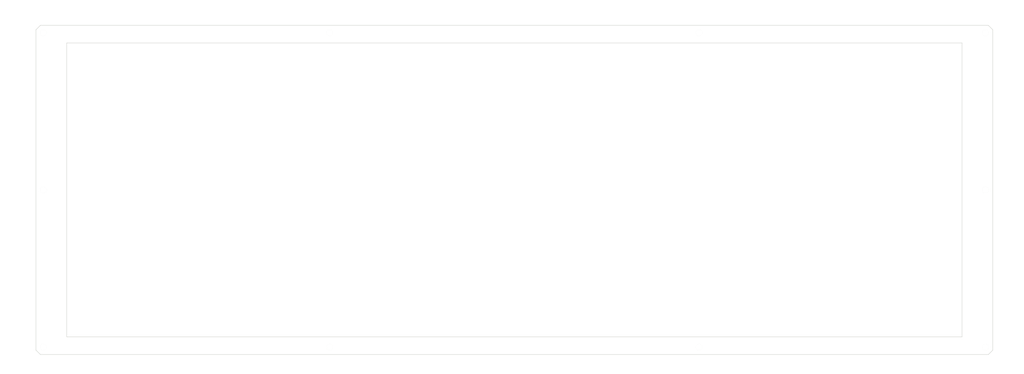
<source format=kicad_pcb>
(kicad_pcb (version 20171130) (host pcbnew "(5.1.10)-1")

  (general
    (thickness 1.6)
    (drawings 29)
    (tracks 0)
    (zones 0)
    (modules 10)
    (nets 1)
  )

  (page A3)
  (layers
    (0 F.Cu signal)
    (31 B.Cu signal)
    (32 B.Adhes user)
    (33 F.Adhes user)
    (34 B.Paste user)
    (35 F.Paste user)
    (36 B.SilkS user)
    (37 F.SilkS user)
    (38 B.Mask user)
    (39 F.Mask user)
    (40 Dwgs.User user)
    (41 Cmts.User user)
    (42 Eco1.User user)
    (43 Eco2.User user)
    (44 Edge.Cuts user)
    (45 Margin user)
    (46 B.CrtYd user)
    (47 F.CrtYd user)
    (48 B.Fab user)
    (49 F.Fab user)
  )

  (setup
    (last_trace_width 0.25)
    (user_trace_width 0.5)
    (user_trace_width 0.5)
    (trace_clearance 0.2)
    (zone_clearance 0.508)
    (zone_45_only no)
    (trace_min 0.2)
    (via_size 0.8)
    (via_drill 0.4)
    (via_min_size 0.4)
    (via_min_drill 0.3)
    (uvia_size 0.3)
    (uvia_drill 0.1)
    (uvias_allowed no)
    (uvia_min_size 0.2)
    (uvia_min_drill 0.1)
    (edge_width 0.1)
    (segment_width 0.2)
    (pcb_text_width 0.3)
    (pcb_text_size 1.5 1.5)
    (mod_edge_width 0.15)
    (mod_text_size 1 1)
    (mod_text_width 0.15)
    (pad_size 2.2 2.2)
    (pad_drill 2.2)
    (pad_to_mask_clearance 0)
    (aux_axis_origin 0 0)
    (visible_elements 7FFFFFFF)
    (pcbplotparams
      (layerselection 0x01000_7ffffffe)
      (usegerberextensions true)
      (usegerberattributes false)
      (usegerberadvancedattributes false)
      (creategerberjobfile false)
      (excludeedgelayer false)
      (linewidth 0.100000)
      (plotframeref false)
      (viasonmask false)
      (mode 1)
      (useauxorigin false)
      (hpglpennumber 1)
      (hpglpenspeed 20)
      (hpglpendiameter 15.000000)
      (psnegative false)
      (psa4output false)
      (plotreference true)
      (plotvalue true)
      (plotinvisibletext false)
      (padsonsilk false)
      (subtractmaskfromsilk false)
      (outputformat 3)
      (mirror false)
      (drillshape 0)
      (scaleselection 1)
      (outputdirectory "../../../../../Desktop/"))
  )

  (net 0 "")

  (net_class Default "これはデフォルトのネット クラスです。"
    (clearance 0.2)
    (trace_width 0.25)
    (via_dia 0.8)
    (via_drill 0.4)
    (uvia_dia 0.3)
    (uvia_drill 0.1)
  )

  (module kbd:HOLE_m2_Outline (layer F.Cu) (tedit 5DA73E67) (tstamp 60A2FDA6)
    (at 234.325 13.05)
    (descr "Mounting Hole 2.2mm, no annular, M2")
    (tags "mounting hole 2.2mm no annular m2")
    (path /629102E9)
    (attr virtual)
    (fp_text reference J12 (at 0 -3.2) (layer F.Fab) hide
      (effects (font (size 1 1) (thickness 0.15)))
    )
    (fp_text value Conn_01x01 (at 0 3.2) (layer F.Fab) hide
      (effects (font (size 1 1) (thickness 0.15)))
    )
    (fp_circle (center 0 0) (end 1.1 0) (layer Edge.Cuts) (width 0.01))
    (fp_text user %R (at 0.3 0) (layer F.Fab) hide
      (effects (font (size 1 1) (thickness 0.15)))
    )
  )

  (module kbd:HOLE_m2_Outline (layer F.Cu) (tedit 5DA73E67) (tstamp 60A2FDA0)
    (at 108.575 13.05)
    (descr "Mounting Hole 2.2mm, no annular, M2")
    (tags "mounting hole 2.2mm no annular m2")
    (path /64540392)
    (attr virtual)
    (fp_text reference J11 (at 0 -3.2) (layer F.Fab) hide
      (effects (font (size 1 1) (thickness 0.15)))
    )
    (fp_text value Conn_01x01 (at 0 3.2) (layer F.Fab) hide
      (effects (font (size 1 1) (thickness 0.15)))
    )
    (fp_circle (center 0 0) (end 1.1 0) (layer Edge.Cuts) (width 0.01))
    (fp_text user %R (at 0.3 0) (layer F.Fab) hide
      (effects (font (size 1 1) (thickness 0.15)))
    )
  )

  (module kbd:HOLE_m2_Outline (layer F.Cu) (tedit 5DA73E67) (tstamp 60A2FD8E)
    (at 11.075 13.05)
    (descr "Mounting Hole 2.2mm, no annular, M2")
    (tags "mounting hole 2.2mm no annular m2")
    (path /629E70F1)
    (attr virtual)
    (fp_text reference J8 (at 0 -3.2) (layer F.Fab) hide
      (effects (font (size 1 1) (thickness 0.15)))
    )
    (fp_text value Conn_01x01 (at 0 3.2) (layer F.Fab) hide
      (effects (font (size 1 1) (thickness 0.15)))
    )
    (fp_circle (center 0 0) (end 1.1 0) (layer Edge.Cuts) (width 0.01))
    (fp_text user %R (at 0.3 0) (layer F.Fab) hide
      (effects (font (size 1 1) (thickness 0.15)))
    )
  )

  (module kbd:HOLE_m2_Outline (layer F.Cu) (tedit 5DA73E67) (tstamp 60A2FD94)
    (at 11.075 66.65)
    (descr "Mounting Hole 2.2mm, no annular, M2")
    (tags "mounting hole 2.2mm no annular m2")
    (path /629E7105)
    (attr virtual)
    (fp_text reference J9 (at 0 -3.2) (layer F.Fab) hide
      (effects (font (size 1 1) (thickness 0.15)))
    )
    (fp_text value Conn_01x01 (at 0 3.2) (layer F.Fab) hide
      (effects (font (size 1 1) (thickness 0.15)))
    )
    (fp_circle (center 0 0) (end 1.1 0) (layer Edge.Cuts) (width 0.01))
    (fp_text user %R (at 0.3 0) (layer F.Fab) hide
      (effects (font (size 1 1) (thickness 0.15)))
    )
  )

  (module kbd:HOLE_m2_Outline (layer F.Cu) (tedit 5DA73E67) (tstamp 60A2FD9A)
    (at 11.075 120.25)
    (descr "Mounting Hole 2.2mm, no annular, M2")
    (tags "mounting hole 2.2mm no annular m2")
    (path /6454037E)
    (attr virtual)
    (fp_text reference J10 (at 0 -3.2) (layer F.Fab) hide
      (effects (font (size 1 1) (thickness 0.15)))
    )
    (fp_text value Conn_01x01 (at 0 3.2) (layer F.Fab) hide
      (effects (font (size 1 1) (thickness 0.15)))
    )
    (fp_circle (center 0 0) (end 1.1 0) (layer Edge.Cuts) (width 0.01))
    (fp_text user %R (at 0.3 0) (layer F.Fab) hide
      (effects (font (size 1 1) (thickness 0.15)))
    )
  )

  (module kbd:HOLE_m2_Outline (layer F.Cu) (tedit 5DA73E67) (tstamp 60A2FDB2)
    (at 234.325 120.25)
    (descr "Mounting Hole 2.2mm, no annular, M2")
    (tags "mounting hole 2.2mm no annular m2")
    (path /5CC48CD6)
    (attr virtual)
    (fp_text reference J14 (at 0 -3.2) (layer F.Fab) hide
      (effects (font (size 1 1) (thickness 0.15)))
    )
    (fp_text value Conn_01x01 (at 0 3.2) (layer F.Fab) hide
      (effects (font (size 1 1) (thickness 0.15)))
    )
    (fp_circle (center 0 0) (end 1.1 0) (layer Edge.Cuts) (width 0.01))
    (fp_text user %R (at 0.3 0) (layer F.Fab) hide
      (effects (font (size 1 1) (thickness 0.15)))
    )
  )

  (module kbd:HOLE_m2_Outline (layer F.Cu) (tedit 5DA73E67) (tstamp 60A2FDB8)
    (at 331.825 13.05)
    (descr "Mounting Hole 2.2mm, no annular, M2")
    (tags "mounting hole 2.2mm no annular m2")
    (path /5CC9EE7D)
    (attr virtual)
    (fp_text reference J15 (at 0 -3.2) (layer F.Fab) hide
      (effects (font (size 1 1) (thickness 0.15)))
    )
    (fp_text value Conn_01x01 (at 0 3.2) (layer F.Fab) hide
      (effects (font (size 1 1) (thickness 0.15)))
    )
    (fp_circle (center 0 0) (end 1.1 0) (layer Edge.Cuts) (width 0.01))
    (fp_text user %R (at 0.3 0) (layer F.Fab) hide
      (effects (font (size 1 1) (thickness 0.15)))
    )
  )

  (module kbd:HOLE_m2_Outline (layer F.Cu) (tedit 5DA73E67) (tstamp 60A2FDBE)
    (at 331.825 66.65)
    (descr "Mounting Hole 2.2mm, no annular, M2")
    (tags "mounting hole 2.2mm no annular m2")
    (path /629E70E7)
    (attr virtual)
    (fp_text reference J16 (at 0 -3.2) (layer F.Fab) hide
      (effects (font (size 1 1) (thickness 0.15)))
    )
    (fp_text value Conn_01x01 (at 0 3.2) (layer F.Fab) hide
      (effects (font (size 1 1) (thickness 0.15)))
    )
    (fp_circle (center 0 0) (end 1.1 0) (layer Edge.Cuts) (width 0.01))
    (fp_text user %R (at 0.3 0) (layer F.Fab) hide
      (effects (font (size 1 1) (thickness 0.15)))
    )
  )

  (module kbd:HOLE_m2_Outline (layer F.Cu) (tedit 5DA73E67) (tstamp 60A2FDC4)
    (at 331.825 120.25)
    (descr "Mounting Hole 2.2mm, no annular, M2")
    (tags "mounting hole 2.2mm no annular m2")
    (path /629E70FB)
    (attr virtual)
    (fp_text reference J17 (at 0 -3.2) (layer F.Fab) hide
      (effects (font (size 1 1) (thickness 0.15)))
    )
    (fp_text value Conn_01x01 (at 0 3.2) (layer F.Fab) hide
      (effects (font (size 1 1) (thickness 0.15)))
    )
    (fp_circle (center 0 0) (end 1.1 0) (layer Edge.Cuts) (width 0.01))
    (fp_text user %R (at 0.3 0) (layer F.Fab) hide
      (effects (font (size 1 1) (thickness 0.15)))
    )
  )

  (module kbd:HOLE_m2_Outline (layer F.Cu) (tedit 5DA73E67) (tstamp 60A2FDAC)
    (at 108.575 120.25)
    (descr "Mounting Hole 2.2mm, no annular, M2")
    (tags "mounting hole 2.2mm no annular m2")
    (path /629102FD)
    (attr virtual)
    (fp_text reference J13 (at 0 -3.2) (layer F.Fab) hide
      (effects (font (size 1 1) (thickness 0.15)))
    )
    (fp_text value Conn_01x01 (at 0 3.2) (layer F.Fab) hide
      (effects (font (size 1 1) (thickness 0.15)))
    )
    (fp_circle (center 0 0) (end 1.1 0) (layer Edge.Cuts) (width 0.01))
    (fp_text user %R (at 0.3 0) (layer F.Fab) hide
      (effects (font (size 1 1) (thickness 0.15)))
    )
  )

  (dimension 2.495 (width 0.15) (layer F.Fab)
    (gr_text "2.495 mm" (at 9.8275 105.93) (layer F.Fab)
      (effects (font (size 1 1) (thickness 0.15)))
    )
    (feature1 (pts (xy 8.58 120.25) (xy 8.58 106.643579)))
    (feature2 (pts (xy 11.075 120.25) (xy 11.075 106.643579)))
    (crossbar (pts (xy 11.075 107.23) (xy 8.58 107.23)))
    (arrow1a (pts (xy 8.58 107.23) (xy 9.706504 106.643579)))
    (arrow1b (pts (xy 8.58 107.23) (xy 9.706504 107.816421)))
    (arrow2a (pts (xy 11.075 107.23) (xy 9.948496 106.643579)))
    (arrow2b (pts (xy 11.075 107.23) (xy 9.948496 107.816421)))
  )
  (dimension 2.50502 (width 0.15) (layer F.Fab)
    (gr_text "2.505 mm" (at 333.020178 105.885977 0.2287244517) (layer F.Fab)
      (effects (font (size 1 1) (thickness 0.15)))
    )
    (feature1 (pts (xy 334.33 120.24) (xy 334.275527 106.594551)))
    (feature2 (pts (xy 331.825 120.25) (xy 331.770527 106.604551)))
    (crossbar (pts (xy 331.772868 107.190967) (xy 334.277868 107.180967)))
    (arrow1a (pts (xy 334.277868 107.180967) (xy 333.153714 107.77188)))
    (arrow1b (pts (xy 334.277868 107.180967) (xy 333.149032 106.599048)))
    (arrow2a (pts (xy 331.772868 107.190967) (xy 332.901704 107.772886)))
    (arrow2b (pts (xy 331.772868 107.190967) (xy 332.897022 106.600054)))
  )
  (dimension 2.500005 (width 0.15) (layer F.Fab)
    (gr_text "2.500 mm" (at 322.551835 121.481459 89.88540859) (layer F.Fab)
      (effects (font (size 1 1) (thickness 0.15)))
    )
    (feature1 (pts (xy 331.82 122.75) (xy 323.262912 122.732886)))
    (feature2 (pts (xy 331.825 120.25) (xy 323.267912 120.232886)))
    (crossbar (pts (xy 323.854332 120.234059) (xy 323.849332 122.734059)))
    (arrow1a (pts (xy 323.849332 122.734059) (xy 323.265165 121.606385)))
    (arrow1b (pts (xy 323.849332 122.734059) (xy 324.438005 121.60873)))
    (arrow2a (pts (xy 323.854332 120.234059) (xy 323.265659 121.359388)))
    (arrow2b (pts (xy 323.854332 120.234059) (xy 324.438499 121.361733)))
  )
  (dimension 2.500005 (width 0.15) (layer F.Fab)
    (gr_text "2.500 mm" (at 315.437984 11.767221 89.88540859) (layer F.Fab)
      (effects (font (size 1 1) (thickness 0.15)))
    )
    (feature1 (pts (xy 331.83 10.55) (xy 316.154062 10.518648)))
    (feature2 (pts (xy 331.825 13.05) (xy 316.149062 13.018648)))
    (crossbar (pts (xy 316.735481 13.019821) (xy 316.740481 10.519821)))
    (arrow1a (pts (xy 316.740481 10.519821) (xy 317.324648 11.647495)))
    (arrow1b (pts (xy 316.740481 10.519821) (xy 316.151808 11.64515)))
    (arrow2a (pts (xy 316.735481 13.019821) (xy 317.324154 11.894492)))
    (arrow2b (pts (xy 316.735481 13.019821) (xy 316.151314 11.892147)))
  )
  (dimension 97.5 (width 0.15) (layer F.Fab)
    (gr_text "97.500 mm" (at 59.825 105.85625) (layer F.Fab)
      (effects (font (size 1 1) (thickness 0.15)))
    )
    (feature1 (pts (xy 108.575 120.25) (xy 108.575 106.569829)))
    (feature2 (pts (xy 11.075 120.25) (xy 11.075 106.569829)))
    (crossbar (pts (xy 11.075 107.15625) (xy 108.575 107.15625)))
    (arrow1a (pts (xy 108.575 107.15625) (xy 107.448496 107.742671)))
    (arrow1b (pts (xy 108.575 107.15625) (xy 107.448496 106.569829)))
    (arrow2a (pts (xy 11.075 107.15625) (xy 12.201504 107.742671)))
    (arrow2b (pts (xy 11.075 107.15625) (xy 12.201504 106.569829)))
  )
  (dimension 125.75 (width 0.15) (layer F.Fab)
    (gr_text "125.750 mm" (at 171.45 105.856251) (layer F.Fab)
      (effects (font (size 1 1) (thickness 0.15)))
    )
    (feature1 (pts (xy 234.325 120.25) (xy 234.325 106.56983)))
    (feature2 (pts (xy 108.575 120.25) (xy 108.575 106.56983)))
    (crossbar (pts (xy 108.575 107.156251) (xy 234.325 107.156251)))
    (arrow1a (pts (xy 234.325 107.156251) (xy 233.198496 107.742672)))
    (arrow1b (pts (xy 234.325 107.156251) (xy 233.198496 106.56983)))
    (arrow2a (pts (xy 108.575 107.156251) (xy 109.701504 107.742672)))
    (arrow2b (pts (xy 108.575 107.156251) (xy 109.701504 106.56983)))
  )
  (dimension 97.5 (width 0.15) (layer F.Fab)
    (gr_text "97.500 mm" (at 283.075 105.856251) (layer F.Fab)
      (effects (font (size 1 1) (thickness 0.15)))
    )
    (feature1 (pts (xy 234.325 120.25) (xy 234.325 106.56983)))
    (feature2 (pts (xy 331.825 120.25) (xy 331.825 106.56983)))
    (crossbar (pts (xy 331.825 107.156251) (xy 234.325 107.156251)))
    (arrow1a (pts (xy 234.325 107.156251) (xy 235.451504 106.56983)))
    (arrow1b (pts (xy 234.325 107.156251) (xy 235.451504 107.742672)))
    (arrow2a (pts (xy 331.825 107.156251) (xy 330.698496 106.56983)))
    (arrow2b (pts (xy 331.825 107.156251) (xy 330.698496 107.742672)))
  )
  (dimension 53.6 (width 0.15) (layer F.Fab)
    (gr_text "53.600 mm" (at 315.40625 93.45 270) (layer F.Fab)
      (effects (font (size 1 1) (thickness 0.15)))
    )
    (feature1 (pts (xy 331.825 120.25) (xy 316.119829 120.25)))
    (feature2 (pts (xy 331.825 66.65) (xy 316.119829 66.65)))
    (crossbar (pts (xy 316.70625 66.65) (xy 316.70625 120.25)))
    (arrow1a (pts (xy 316.70625 120.25) (xy 316.119829 119.123496)))
    (arrow1b (pts (xy 316.70625 120.25) (xy 317.292671 119.123496)))
    (arrow2a (pts (xy 316.70625 66.65) (xy 316.119829 67.776504)))
    (arrow2b (pts (xy 316.70625 66.65) (xy 317.292671 67.776504)))
  )
  (dimension 53.6 (width 0.15) (layer F.Fab)
    (gr_text "53.600 mm" (at 315.40625 39.85 270) (layer F.Fab)
      (effects (font (size 1 1) (thickness 0.15)))
    )
    (feature1 (pts (xy 331.825 66.65) (xy 316.119829 66.65)))
    (feature2 (pts (xy 331.825 13.05) (xy 316.119829 13.05)))
    (crossbar (pts (xy 316.70625 13.05) (xy 316.70625 66.65)))
    (arrow1a (pts (xy 316.70625 66.65) (xy 316.119829 65.523496)))
    (arrow1b (pts (xy 316.70625 66.65) (xy 317.292671 65.523496)))
    (arrow2a (pts (xy 316.70625 13.05) (xy 316.119829 14.176504)))
    (arrow2b (pts (xy 316.70625 13.05) (xy 317.292671 14.176504)))
  )
  (dimension 10.475 (width 0.15) (layer F.Fab)
    (gr_text "10.475 mm" (at 13.8125 130.075) (layer F.Fab)
      (effects (font (size 1 1) (thickness 0.15)))
    )
    (feature1 (pts (xy 8.575 114.3) (xy 8.575 129.361421)))
    (feature2 (pts (xy 19.05 114.3) (xy 19.05 129.361421)))
    (crossbar (pts (xy 19.05 128.775) (xy 8.575 128.775)))
    (arrow1a (pts (xy 8.575 128.775) (xy 9.701504 128.188579)))
    (arrow1b (pts (xy 8.575 128.775) (xy 9.701504 129.361421)))
    (arrow2a (pts (xy 19.05 128.775) (xy 17.923496 128.188579)))
    (arrow2b (pts (xy 19.05 128.775) (xy 17.923496 129.361421)))
  )
  (dimension 304.8 (width 0.15) (layer F.Fab)
    (gr_text "304.800 mm" (at 171.45 130.075) (layer F.Fab)
      (effects (font (size 1 1) (thickness 0.15)))
    )
    (feature1 (pts (xy 19.05 114.3) (xy 19.05 129.361421)))
    (feature2 (pts (xy 323.85 114.3) (xy 323.85 129.361421)))
    (crossbar (pts (xy 323.85 128.775) (xy 19.05 128.775)))
    (arrow1a (pts (xy 19.05 128.775) (xy 20.176504 128.188579)))
    (arrow1b (pts (xy 19.05 128.775) (xy 20.176504 129.361421)))
    (arrow2a (pts (xy 323.85 128.775) (xy 322.723496 128.188579)))
    (arrow2b (pts (xy 323.85 128.775) (xy 322.723496 129.361421)))
  )
  (dimension 10.475 (width 0.15) (layer F.Fab)
    (gr_text "10.475 mm" (at 329.0875 130.05) (layer F.Fab)
      (effects (font (size 1 1) (thickness 0.15)))
    )
    (feature1 (pts (xy 334.325 114.3) (xy 334.325 129.336421)))
    (feature2 (pts (xy 323.85 114.3) (xy 323.85 129.336421)))
    (crossbar (pts (xy 323.85 128.75) (xy 334.325 128.75)))
    (arrow1a (pts (xy 334.325 128.75) (xy 333.198496 129.336421)))
    (arrow1b (pts (xy 334.325 128.75) (xy 333.198496 128.163579)))
    (arrow2a (pts (xy 323.85 128.75) (xy 324.976504 129.336421)))
    (arrow2b (pts (xy 323.85 128.75) (xy 324.976504 128.163579)))
  )
  (dimension 6 (width 0.15) (layer F.Fab)
    (gr_text "6.000 mm" (at 343.55 119.75 270) (layer F.Fab)
      (effects (font (size 1 1) (thickness 0.15)))
    )
    (feature1 (pts (xy 323.85 122.75) (xy 342.836421 122.75)))
    (feature2 (pts (xy 323.85 116.75) (xy 342.836421 116.75)))
    (crossbar (pts (xy 342.25 116.75) (xy 342.25 122.75)))
    (arrow1a (pts (xy 342.25 122.75) (xy 341.663579 121.623496)))
    (arrow1b (pts (xy 342.25 122.75) (xy 342.836421 121.623496)))
    (arrow2a (pts (xy 342.25 116.75) (xy 341.663579 117.876504)))
    (arrow2b (pts (xy 342.25 116.75) (xy 342.836421 117.876504)))
  )
  (dimension 100.2 (width 0.15) (layer F.Fab)
    (gr_text "100.200 mm" (at 343.6 66.65 270) (layer F.Fab)
      (effects (font (size 1 1) (thickness 0.15)))
    )
    (feature1 (pts (xy 323.85 116.75) (xy 342.886421 116.75)))
    (feature2 (pts (xy 323.85 16.55) (xy 342.886421 16.55)))
    (crossbar (pts (xy 342.3 16.55) (xy 342.3 116.75)))
    (arrow1a (pts (xy 342.3 116.75) (xy 341.713579 115.623496)))
    (arrow1b (pts (xy 342.3 116.75) (xy 342.886421 115.623496)))
    (arrow2a (pts (xy 342.3 16.55) (xy 341.713579 17.676504)))
    (arrow2b (pts (xy 342.3 16.55) (xy 342.886421 17.676504)))
  )
  (dimension 6 (width 0.15) (layer F.Fab)
    (gr_text "6.000 mm" (at 343.4 13.55 90) (layer F.Fab)
      (effects (font (size 1 1) (thickness 0.15)))
    )
    (feature1 (pts (xy 323.85 10.55) (xy 342.686421 10.55)))
    (feature2 (pts (xy 323.85 16.55) (xy 342.686421 16.55)))
    (crossbar (pts (xy 342.1 16.55) (xy 342.1 10.55)))
    (arrow1a (pts (xy 342.1 10.55) (xy 342.686421 11.676504)))
    (arrow1b (pts (xy 342.1 10.55) (xy 341.513579 11.676504)))
    (arrow2a (pts (xy 342.1 16.55) (xy 342.686421 15.423496)))
    (arrow2b (pts (xy 342.1 16.55) (xy 341.513579 15.423496)))
  )
  (dimension 112.2 (width 0.15) (layer F.Fab)
    (gr_text "112.200 mm" (at 0 66.65 270) (layer F.Fab)
      (effects (font (size 1 1) (thickness 0.15)))
    )
    (feature1 (pts (xy 10.075 122.75) (xy 0.713579 122.75)))
    (feature2 (pts (xy 10.075 10.55) (xy 0.713579 10.55)))
    (crossbar (pts (xy 1.3 10.55) (xy 1.3 122.75)))
    (arrow1a (pts (xy 1.3 122.75) (xy 0.713579 121.623496)))
    (arrow1b (pts (xy 1.3 122.75) (xy 1.886421 121.623496)))
    (arrow2a (pts (xy 1.3 10.55) (xy 0.713579 11.676504)))
    (arrow2b (pts (xy 1.3 10.55) (xy 1.886421 11.676504)))
  )
  (dimension 325.75 (width 0.15) (layer F.Fab)
    (gr_text "325.750 mm" (at 171.45 2.6) (layer F.Fab)
      (effects (font (size 1 1) (thickness 0.15)))
    )
    (feature1 (pts (xy 8.575 12.05) (xy 8.575 3.313579)))
    (feature2 (pts (xy 334.325 12.05) (xy 334.325 3.313579)))
    (crossbar (pts (xy 334.325 3.9) (xy 8.575 3.9)))
    (arrow1a (pts (xy 8.575 3.9) (xy 9.701504 3.313579)))
    (arrow1b (pts (xy 8.575 3.9) (xy 9.701504 4.486421)))
    (arrow2a (pts (xy 334.325 3.9) (xy 333.198496 3.313579)))
    (arrow2b (pts (xy 334.325 3.9) (xy 333.198496 4.486421)))
  )
  (gr_line (start 19.05 116.75) (end 323.85 116.75) (layer Edge.Cuts) (width 0.15))
  (gr_line (start 19.05 16.55) (end 19.05 116.75) (layer Edge.Cuts) (width 0.15))
  (gr_line (start 323.85 16.55) (end 19.05 16.55) (layer Edge.Cuts) (width 0.15))
  (gr_line (start 323.85 116.75) (end 323.85 16.55) (layer Edge.Cuts) (width 0.15))
  (gr_line (start 10.075 122.75) (end 8.575 121.25) (layer Edge.Cuts) (width 0.15) (tstamp 60883451))
  (gr_line (start 334.325 12.05) (end 332.825 10.55) (layer Edge.Cuts) (width 0.15) (tstamp 60883444))
  (gr_line (start 8.575 12.05) (end 10.075 10.55) (layer Edge.Cuts) (width 0.15) (tstamp 60883437))
  (gr_line (start 332.825 122.75) (end 334.325 121.25) (layer Edge.Cuts) (width 0.15))
  (gr_line (start 10.075 122.75) (end 332.825 122.75) (layer Edge.Cuts) (width 0.15))
  (gr_line (start 8.575 12.05) (end 8.575 121.25) (layer Edge.Cuts) (width 0.15))
  (gr_line (start 332.825 10.55) (end 10.075 10.55) (layer Edge.Cuts) (width 0.15))
  (gr_line (start 334.325 121.25) (end 334.325 12.05) (layer Edge.Cuts) (width 0.15))

)

</source>
